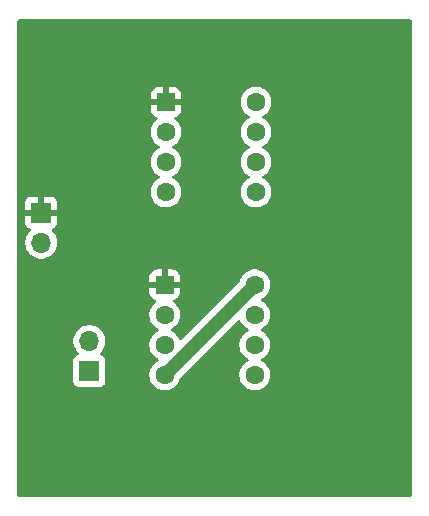
<source format=gbr>
%TF.GenerationSoftware,KiCad,Pcbnew,9.0.5*%
%TF.CreationDate,2025-11-22T01:39:54+01:00*%
%TF.ProjectId,AstableMonostable_NE555,41737461-626c-4654-9d6f-6e6f73746162,rev?*%
%TF.SameCoordinates,PX57a4860PY69925e0*%
%TF.FileFunction,Copper,L2,Bot*%
%TF.FilePolarity,Positive*%
%FSLAX46Y46*%
G04 Gerber Fmt 4.6, Leading zero omitted, Abs format (unit mm)*
G04 Created by KiCad (PCBNEW 9.0.5) date 2025-11-22 01:39:54*
%MOMM*%
%LPD*%
G01*
G04 APERTURE LIST*
G04 Aperture macros list*
%AMRoundRect*
0 Rectangle with rounded corners*
0 $1 Rounding radius*
0 $2 $3 $4 $5 $6 $7 $8 $9 X,Y pos of 4 corners*
0 Add a 4 corners polygon primitive as box body*
4,1,4,$2,$3,$4,$5,$6,$7,$8,$9,$2,$3,0*
0 Add four circle primitives for the rounded corners*
1,1,$1+$1,$2,$3*
1,1,$1+$1,$4,$5*
1,1,$1+$1,$6,$7*
1,1,$1+$1,$8,$9*
0 Add four rect primitives between the rounded corners*
20,1,$1+$1,$2,$3,$4,$5,0*
20,1,$1+$1,$4,$5,$6,$7,0*
20,1,$1+$1,$6,$7,$8,$9,0*
20,1,$1+$1,$8,$9,$2,$3,0*%
G04 Aperture macros list end*
%TA.AperFunction,ComponentPad*%
%ADD10R,1.700000X1.700000*%
%TD*%
%TA.AperFunction,ComponentPad*%
%ADD11O,1.700000X1.700000*%
%TD*%
%TA.AperFunction,ComponentPad*%
%ADD12RoundRect,0.250000X-0.550000X-0.550000X0.550000X-0.550000X0.550000X0.550000X-0.550000X0.550000X0*%
%TD*%
%TA.AperFunction,ComponentPad*%
%ADD13C,1.600000*%
%TD*%
%TA.AperFunction,ViaPad*%
%ADD14C,0.600000*%
%TD*%
%TA.AperFunction,Conductor*%
%ADD15C,1.200000*%
%TD*%
G04 APERTURE END LIST*
D10*
%TO.P,J2,1,Pin_1*%
%TO.N,+5V*%
X6600000Y11125000D03*
D11*
%TO.P,J2,2,Pin_2*%
%TO.N,Net-(J2-Pin_2)*%
X6600000Y13665000D03*
%TD*%
D12*
%TO.P,U2,1,GND*%
%TO.N,GND*%
X12980000Y18440000D03*
D13*
%TO.P,U2,2,TR*%
%TO.N,Net-(J2-Pin_2)*%
X12980000Y15900000D03*
%TO.P,U2,3,Q*%
%TO.N,Net-(U2-Q)*%
X12980000Y13360000D03*
%TO.P,U2,4,R*%
%TO.N,+5V*%
X12980000Y10820000D03*
%TO.P,U2,5,CV*%
%TO.N,Net-(U2-CV)*%
X20600000Y10820000D03*
%TO.P,U2,6,THR*%
%TO.N,Net-(U2-DIS)*%
X20600000Y13360000D03*
%TO.P,U2,7,DIS*%
X20600000Y15900000D03*
%TO.P,U2,8,VCC*%
%TO.N,+5V*%
X20600000Y18440000D03*
%TD*%
D12*
%TO.P,U1,1,GND*%
%TO.N,GND*%
X13090000Y33910000D03*
D13*
%TO.P,U1,2,TR*%
%TO.N,Net-(U1-THR)*%
X13090000Y31370000D03*
%TO.P,U1,3,Q*%
%TO.N,Net-(U1-Q)*%
X13090000Y28830000D03*
%TO.P,U1,4,R*%
%TO.N,+5V*%
X13090000Y26290000D03*
%TO.P,U1,5,CV*%
%TO.N,Net-(U1-CV)*%
X20710000Y26290000D03*
%TO.P,U1,6,THR*%
%TO.N,Net-(U1-THR)*%
X20710000Y28830000D03*
%TO.P,U1,7,DIS*%
%TO.N,Net-(U1-DIS)*%
X20710000Y31370000D03*
%TO.P,U1,8,VCC*%
%TO.N,+5V*%
X20710000Y33910000D03*
%TD*%
D10*
%TO.P,J1,1,Pin_1*%
%TO.N,GND*%
X2525000Y24550000D03*
D11*
%TO.P,J1,2,Pin_2*%
%TO.N,+5V*%
X2525000Y22010000D03*
%TD*%
D14*
%TO.N,GND*%
X15500000Y4800000D03*
X27100000Y8400000D03*
X7900000Y28100000D03*
X30000000Y37800000D03*
X32550000Y16550000D03*
X16600000Y21000000D03*
%TD*%
D15*
%TO.N,+5V*%
X12980000Y10820000D02*
X20600000Y18440000D01*
%TD*%
%TA.AperFunction,Conductor*%
%TO.N,GND*%
G36*
X33842539Y40879815D02*
G01*
X33888294Y40827011D01*
X33899500Y40775500D01*
X33899500Y624500D01*
X33879815Y557461D01*
X33827011Y511706D01*
X33775500Y500500D01*
X624500Y500500D01*
X557461Y520185D01*
X511706Y572989D01*
X500500Y624500D01*
X500500Y13771287D01*
X5249500Y13771287D01*
X5249500Y13558713D01*
X5282754Y13348757D01*
X5312357Y13257648D01*
X5348444Y13146586D01*
X5444951Y12957180D01*
X5569890Y12785214D01*
X5683430Y12671674D01*
X5716915Y12610351D01*
X5711931Y12540659D01*
X5670059Y12484726D01*
X5639083Y12467811D01*
X5507669Y12418797D01*
X5507664Y12418794D01*
X5392455Y12332548D01*
X5392452Y12332545D01*
X5306206Y12217336D01*
X5306202Y12217329D01*
X5255908Y12082483D01*
X5249996Y12027489D01*
X5249501Y12022877D01*
X5249500Y12022865D01*
X5249500Y10227130D01*
X5249501Y10227124D01*
X5255908Y10167517D01*
X5306202Y10032672D01*
X5306206Y10032665D01*
X5392452Y9917456D01*
X5392455Y9917453D01*
X5507664Y9831207D01*
X5507671Y9831203D01*
X5642517Y9780909D01*
X5642516Y9780909D01*
X5649444Y9780165D01*
X5702127Y9774500D01*
X7497872Y9774501D01*
X7557483Y9780909D01*
X7692331Y9831204D01*
X7807546Y9917454D01*
X7893796Y10032669D01*
X7944091Y10167517D01*
X7950500Y10227127D01*
X7950499Y12022872D01*
X7944091Y12082483D01*
X7943268Y12084689D01*
X7893797Y12217329D01*
X7893793Y12217336D01*
X7807547Y12332545D01*
X7807544Y12332548D01*
X7692335Y12418794D01*
X7692328Y12418798D01*
X7560917Y12467811D01*
X7504983Y12509682D01*
X7480566Y12575147D01*
X7495418Y12643420D01*
X7516563Y12671668D01*
X7630104Y12785208D01*
X7755051Y12957184D01*
X7851557Y13146588D01*
X7917246Y13348757D01*
X7950500Y13558713D01*
X7950500Y13771287D01*
X7917246Y13981243D01*
X7851557Y14183412D01*
X7755051Y14372816D01*
X7755049Y14372819D01*
X7755048Y14372821D01*
X7630109Y14544787D01*
X7479786Y14695110D01*
X7307820Y14820049D01*
X7118414Y14916556D01*
X7118413Y14916557D01*
X7118412Y14916557D01*
X6916243Y14982246D01*
X6916241Y14982247D01*
X6916240Y14982247D01*
X6754957Y15007792D01*
X6706287Y15015500D01*
X6493713Y15015500D01*
X6445042Y15007792D01*
X6283760Y14982247D01*
X6081585Y14916556D01*
X5892179Y14820049D01*
X5720213Y14695110D01*
X5569890Y14544787D01*
X5444951Y14372821D01*
X5348444Y14183415D01*
X5282753Y13981240D01*
X5249500Y13771287D01*
X500500Y13771287D01*
X500500Y16002352D01*
X11679500Y16002352D01*
X11679500Y15797649D01*
X11711522Y15595466D01*
X11774781Y15400777D01*
X11867715Y15218387D01*
X11988028Y15052787D01*
X12132786Y14908029D01*
X12253880Y14820051D01*
X12298390Y14787713D01*
X12389840Y14741117D01*
X12391080Y14740485D01*
X12441876Y14692510D01*
X12458671Y14624689D01*
X12436134Y14558554D01*
X12391080Y14519515D01*
X12298386Y14472285D01*
X12132786Y14351972D01*
X11988028Y14207214D01*
X11867715Y14041614D01*
X11774781Y13859224D01*
X11711522Y13664535D01*
X11679500Y13462352D01*
X11679500Y13257649D01*
X11711522Y13055466D01*
X11774781Y12860777D01*
X11867715Y12678387D01*
X11988028Y12512787D01*
X12132786Y12368029D01*
X12287749Y12255444D01*
X12298390Y12247713D01*
X12389840Y12201117D01*
X12391080Y12200485D01*
X12441876Y12152510D01*
X12458671Y12084689D01*
X12436134Y12018554D01*
X12391080Y11979515D01*
X12298386Y11932285D01*
X12132786Y11811972D01*
X11988028Y11667214D01*
X11867715Y11501614D01*
X11774781Y11319224D01*
X11711522Y11124535D01*
X11679500Y10922352D01*
X11679500Y10717649D01*
X11711522Y10515466D01*
X11774781Y10320777D01*
X11867715Y10138387D01*
X11988028Y9972787D01*
X12132786Y9828029D01*
X12287749Y9715444D01*
X12298390Y9707713D01*
X12414607Y9648497D01*
X12480776Y9614782D01*
X12480778Y9614782D01*
X12480781Y9614780D01*
X12585137Y9580873D01*
X12675465Y9551523D01*
X12776557Y9535512D01*
X12877648Y9519500D01*
X12877649Y9519500D01*
X13082351Y9519500D01*
X13082352Y9519500D01*
X13284534Y9551523D01*
X13479219Y9614780D01*
X13661610Y9707713D01*
X13754590Y9775268D01*
X13827213Y9828029D01*
X13827215Y9828032D01*
X13827219Y9828034D01*
X13971966Y9972781D01*
X13971968Y9972785D01*
X13971971Y9972787D01*
X14024732Y10045410D01*
X14092287Y10138390D01*
X14185220Y10320781D01*
X14247301Y10511850D01*
X14277549Y10561209D01*
X19183607Y15467267D01*
X19244928Y15500750D01*
X19314620Y15495766D01*
X19370553Y15453894D01*
X19389216Y15417904D01*
X19394779Y15400781D01*
X19487715Y15218387D01*
X19608028Y15052787D01*
X19752786Y14908029D01*
X19873880Y14820051D01*
X19918390Y14787713D01*
X20009840Y14741117D01*
X20011080Y14740485D01*
X20061876Y14692510D01*
X20078671Y14624689D01*
X20056134Y14558554D01*
X20011080Y14519515D01*
X19918386Y14472285D01*
X19752786Y14351972D01*
X19608028Y14207214D01*
X19487715Y14041614D01*
X19394781Y13859224D01*
X19331522Y13664535D01*
X19299500Y13462352D01*
X19299500Y13257649D01*
X19331522Y13055466D01*
X19394781Y12860777D01*
X19487715Y12678387D01*
X19608028Y12512787D01*
X19752786Y12368029D01*
X19907749Y12255444D01*
X19918390Y12247713D01*
X20009840Y12201117D01*
X20011080Y12200485D01*
X20061876Y12152510D01*
X20078671Y12084689D01*
X20056134Y12018554D01*
X20011080Y11979515D01*
X19918386Y11932285D01*
X19752786Y11811972D01*
X19608028Y11667214D01*
X19487715Y11501614D01*
X19394781Y11319224D01*
X19331522Y11124535D01*
X19299500Y10922352D01*
X19299500Y10717649D01*
X19331522Y10515466D01*
X19394781Y10320777D01*
X19487715Y10138387D01*
X19608028Y9972787D01*
X19752786Y9828029D01*
X19907749Y9715444D01*
X19918390Y9707713D01*
X20034607Y9648497D01*
X20100776Y9614782D01*
X20100778Y9614782D01*
X20100781Y9614780D01*
X20205137Y9580873D01*
X20295465Y9551523D01*
X20396557Y9535512D01*
X20497648Y9519500D01*
X20497649Y9519500D01*
X20702351Y9519500D01*
X20702352Y9519500D01*
X20904534Y9551523D01*
X21099219Y9614780D01*
X21281610Y9707713D01*
X21374590Y9775268D01*
X21447213Y9828029D01*
X21447215Y9828032D01*
X21447219Y9828034D01*
X21591966Y9972781D01*
X21591968Y9972785D01*
X21591971Y9972787D01*
X21644732Y10045410D01*
X21712287Y10138390D01*
X21805220Y10320781D01*
X21868477Y10515466D01*
X21900500Y10717648D01*
X21900500Y10922352D01*
X21868477Y11124534D01*
X21805220Y11319219D01*
X21805218Y11319222D01*
X21805218Y11319224D01*
X21771503Y11385393D01*
X21712287Y11501610D01*
X21704556Y11512251D01*
X21591971Y11667214D01*
X21447213Y11811972D01*
X21281614Y11932285D01*
X21275006Y11935652D01*
X21188917Y11979517D01*
X21138123Y12027489D01*
X21121328Y12095310D01*
X21143865Y12161445D01*
X21188917Y12200484D01*
X21281610Y12247713D01*
X21302770Y12263087D01*
X21447213Y12368029D01*
X21447215Y12368032D01*
X21447219Y12368034D01*
X21591966Y12512781D01*
X21591968Y12512785D01*
X21591971Y12512787D01*
X21686880Y12643420D01*
X21712287Y12678390D01*
X21805220Y12860781D01*
X21868477Y13055466D01*
X21900500Y13257648D01*
X21900500Y13462352D01*
X21868477Y13664534D01*
X21805220Y13859219D01*
X21805218Y13859222D01*
X21805218Y13859224D01*
X21743047Y13981240D01*
X21712287Y14041610D01*
X21704556Y14052251D01*
X21591971Y14207214D01*
X21447213Y14351972D01*
X21281614Y14472285D01*
X21275006Y14475652D01*
X21188917Y14519517D01*
X21138123Y14567489D01*
X21121328Y14635310D01*
X21143865Y14701445D01*
X21188917Y14740484D01*
X21281610Y14787713D01*
X21326120Y14820051D01*
X21447213Y14908029D01*
X21447215Y14908032D01*
X21447219Y14908034D01*
X21591966Y15052781D01*
X21591968Y15052785D01*
X21591971Y15052787D01*
X21644732Y15125410D01*
X21712287Y15218390D01*
X21805220Y15400781D01*
X21868477Y15595466D01*
X21900500Y15797648D01*
X21900500Y16002352D01*
X21868477Y16204534D01*
X21805220Y16399219D01*
X21805218Y16399222D01*
X21805218Y16399224D01*
X21771503Y16465393D01*
X21712287Y16581610D01*
X21704556Y16592251D01*
X21591971Y16747214D01*
X21447213Y16891972D01*
X21281614Y17012285D01*
X21274884Y17015714D01*
X21188917Y17059517D01*
X21138123Y17107489D01*
X21121328Y17175310D01*
X21143865Y17241445D01*
X21188917Y17280484D01*
X21281610Y17327713D01*
X21302770Y17343087D01*
X21447213Y17448029D01*
X21447215Y17448032D01*
X21447219Y17448034D01*
X21591966Y17592781D01*
X21591968Y17592785D01*
X21591971Y17592787D01*
X21644732Y17665410D01*
X21712287Y17758390D01*
X21805220Y17940781D01*
X21868477Y18135466D01*
X21900500Y18337648D01*
X21900500Y18542352D01*
X21892257Y18594394D01*
X21868477Y18744535D01*
X21805218Y18939224D01*
X21771503Y19005393D01*
X21712287Y19121610D01*
X21696966Y19142698D01*
X21591971Y19287214D01*
X21447213Y19431972D01*
X21281613Y19552285D01*
X21281612Y19552286D01*
X21281610Y19552287D01*
X21222675Y19582316D01*
X21099223Y19645219D01*
X20904534Y19708478D01*
X20729995Y19736122D01*
X20702352Y19740500D01*
X20497648Y19740500D01*
X20473329Y19736649D01*
X20295465Y19708478D01*
X20100776Y19645219D01*
X19918386Y19552285D01*
X19752786Y19431972D01*
X19608028Y19287214D01*
X19487715Y19121614D01*
X19394781Y18939224D01*
X19332699Y18748155D01*
X19302449Y18698793D01*
X14396394Y13792738D01*
X14335071Y13759253D01*
X14265379Y13764237D01*
X14209446Y13806109D01*
X14190783Y13842099D01*
X14185220Y13859220D01*
X14123047Y13981240D01*
X14092287Y14041610D01*
X14084556Y14052251D01*
X13971971Y14207214D01*
X13827213Y14351972D01*
X13661614Y14472285D01*
X13655006Y14475652D01*
X13568917Y14519517D01*
X13518123Y14567489D01*
X13501328Y14635310D01*
X13523865Y14701445D01*
X13568917Y14740484D01*
X13661610Y14787713D01*
X13706120Y14820051D01*
X13827213Y14908029D01*
X13827215Y14908032D01*
X13827219Y14908034D01*
X13971966Y15052781D01*
X13971968Y15052785D01*
X13971971Y15052787D01*
X14024732Y15125410D01*
X14092287Y15218390D01*
X14185220Y15400781D01*
X14248477Y15595466D01*
X14280500Y15797648D01*
X14280500Y16002352D01*
X14248477Y16204534D01*
X14185220Y16399219D01*
X14185218Y16399222D01*
X14185218Y16399224D01*
X14151503Y16465393D01*
X14092287Y16581610D01*
X14084556Y16592251D01*
X13971971Y16747214D01*
X13827217Y16891968D01*
X13827212Y16891972D01*
X13733051Y16960384D01*
X13690385Y17015714D01*
X13684406Y17085327D01*
X13717012Y17147122D01*
X13766933Y17178408D01*
X13849117Y17205641D01*
X13849124Y17205644D01*
X13998345Y17297685D01*
X14122315Y17421655D01*
X14214356Y17570876D01*
X14214358Y17570881D01*
X14269505Y17737303D01*
X14269506Y17737310D01*
X14279999Y17840014D01*
X14280000Y17840027D01*
X14280000Y18190000D01*
X13295686Y18190000D01*
X13300080Y18194394D01*
X13352741Y18285606D01*
X13380000Y18387339D01*
X13380000Y18492661D01*
X13352741Y18594394D01*
X13300080Y18685606D01*
X13295686Y18690000D01*
X14279999Y18690000D01*
X14279999Y19039972D01*
X14279998Y19039987D01*
X14269505Y19142698D01*
X14214358Y19309120D01*
X14214356Y19309125D01*
X14122315Y19458346D01*
X13998345Y19582316D01*
X13849124Y19674357D01*
X13849119Y19674359D01*
X13682697Y19729506D01*
X13682690Y19729507D01*
X13579986Y19740000D01*
X13230000Y19740000D01*
X13230000Y18755686D01*
X13225606Y18760080D01*
X13134394Y18812741D01*
X13032661Y18840000D01*
X12927339Y18840000D01*
X12825606Y18812741D01*
X12734394Y18760080D01*
X12730000Y18755686D01*
X12730000Y19740000D01*
X12380028Y19740000D01*
X12380012Y19739999D01*
X12277302Y19729506D01*
X12110880Y19674359D01*
X12110875Y19674357D01*
X11961654Y19582316D01*
X11837684Y19458346D01*
X11745643Y19309125D01*
X11745641Y19309120D01*
X11690494Y19142698D01*
X11690493Y19142691D01*
X11680000Y19039987D01*
X11680000Y18690000D01*
X12664314Y18690000D01*
X12659920Y18685606D01*
X12607259Y18594394D01*
X12580000Y18492661D01*
X12580000Y18387339D01*
X12607259Y18285606D01*
X12659920Y18194394D01*
X12664314Y18190000D01*
X11680001Y18190000D01*
X11680001Y17840014D01*
X11690494Y17737303D01*
X11745641Y17570881D01*
X11745643Y17570876D01*
X11837684Y17421655D01*
X11961654Y17297685D01*
X12110875Y17205644D01*
X12110882Y17205641D01*
X12193067Y17178408D01*
X12250512Y17138636D01*
X12277336Y17074120D01*
X12265021Y17005344D01*
X12226949Y16960384D01*
X12132787Y16891972D01*
X12132782Y16891968D01*
X11988028Y16747214D01*
X11867715Y16581614D01*
X11774781Y16399224D01*
X11711522Y16204535D01*
X11679500Y16002352D01*
X500500Y16002352D01*
X500500Y22116287D01*
X1174500Y22116287D01*
X1174500Y21903714D01*
X1207753Y21693761D01*
X1273444Y21491586D01*
X1369951Y21302180D01*
X1494890Y21130214D01*
X1645213Y20979891D01*
X1817179Y20854952D01*
X1817181Y20854951D01*
X1817184Y20854949D01*
X2006588Y20758443D01*
X2208757Y20692754D01*
X2418713Y20659500D01*
X2418714Y20659500D01*
X2631286Y20659500D01*
X2631287Y20659500D01*
X2841243Y20692754D01*
X3043412Y20758443D01*
X3232816Y20854949D01*
X3254789Y20870914D01*
X3404786Y20979891D01*
X3404788Y20979894D01*
X3404792Y20979896D01*
X3555104Y21130208D01*
X3555106Y21130212D01*
X3555109Y21130214D01*
X3680048Y21302180D01*
X3680047Y21302180D01*
X3680051Y21302184D01*
X3776557Y21491588D01*
X3842246Y21693757D01*
X3875500Y21903713D01*
X3875500Y22116287D01*
X3842246Y22326243D01*
X3776557Y22528412D01*
X3680051Y22717816D01*
X3680049Y22717819D01*
X3680048Y22717821D01*
X3555109Y22889787D01*
X3441181Y23003715D01*
X3407696Y23065038D01*
X3412680Y23134730D01*
X3454552Y23190663D01*
X3485529Y23207578D01*
X3617086Y23256646D01*
X3617093Y23256650D01*
X3732187Y23342810D01*
X3732190Y23342813D01*
X3818350Y23457907D01*
X3818354Y23457914D01*
X3868596Y23592621D01*
X3868598Y23592628D01*
X3874999Y23652156D01*
X3875000Y23652173D01*
X3875000Y24300000D01*
X2958012Y24300000D01*
X2990925Y24357007D01*
X3025000Y24484174D01*
X3025000Y24615826D01*
X2990925Y24742993D01*
X2958012Y24800000D01*
X3875000Y24800000D01*
X3875000Y25447828D01*
X3874999Y25447845D01*
X3868598Y25507373D01*
X3868596Y25507380D01*
X3818354Y25642087D01*
X3818350Y25642094D01*
X3732190Y25757188D01*
X3732187Y25757191D01*
X3617093Y25843351D01*
X3617086Y25843355D01*
X3482379Y25893597D01*
X3482372Y25893599D01*
X3422844Y25900000D01*
X2775000Y25900000D01*
X2775000Y24983012D01*
X2717993Y25015925D01*
X2590826Y25050000D01*
X2459174Y25050000D01*
X2332007Y25015925D01*
X2275000Y24983012D01*
X2275000Y25900000D01*
X1627155Y25900000D01*
X1567627Y25893599D01*
X1567620Y25893597D01*
X1432913Y25843355D01*
X1432906Y25843351D01*
X1317812Y25757191D01*
X1317809Y25757188D01*
X1231649Y25642094D01*
X1231645Y25642087D01*
X1181403Y25507380D01*
X1181401Y25507373D01*
X1175000Y25447845D01*
X1175000Y24800000D01*
X2091988Y24800000D01*
X2059075Y24742993D01*
X2025000Y24615826D01*
X2025000Y24484174D01*
X2059075Y24357007D01*
X2091988Y24300000D01*
X1175000Y24300000D01*
X1175000Y23652156D01*
X1181401Y23592628D01*
X1181403Y23592621D01*
X1231645Y23457914D01*
X1231649Y23457907D01*
X1317809Y23342813D01*
X1317812Y23342810D01*
X1432906Y23256650D01*
X1432913Y23256646D01*
X1564470Y23207578D01*
X1620404Y23165707D01*
X1644821Y23100242D01*
X1629969Y23031969D01*
X1608819Y23003715D01*
X1494889Y22889785D01*
X1369951Y22717821D01*
X1273444Y22528415D01*
X1207753Y22326240D01*
X1174500Y22116287D01*
X500500Y22116287D01*
X500500Y31472352D01*
X11789500Y31472352D01*
X11789500Y31267649D01*
X11821522Y31065466D01*
X11884781Y30870777D01*
X11977715Y30688387D01*
X12098028Y30522787D01*
X12242786Y30378029D01*
X12397749Y30265444D01*
X12408390Y30257713D01*
X12499840Y30211117D01*
X12501080Y30210485D01*
X12551876Y30162510D01*
X12568671Y30094689D01*
X12546134Y30028554D01*
X12501080Y29989515D01*
X12408386Y29942285D01*
X12242786Y29821972D01*
X12098028Y29677214D01*
X11977715Y29511614D01*
X11884781Y29329224D01*
X11821522Y29134535D01*
X11789500Y28932352D01*
X11789500Y28727649D01*
X11821522Y28525466D01*
X11884781Y28330777D01*
X11977715Y28148387D01*
X12098028Y27982787D01*
X12242786Y27838029D01*
X12397749Y27725444D01*
X12408390Y27717713D01*
X12499840Y27671117D01*
X12501080Y27670485D01*
X12551876Y27622510D01*
X12568671Y27554689D01*
X12546134Y27488554D01*
X12501080Y27449515D01*
X12408386Y27402285D01*
X12242786Y27281972D01*
X12098028Y27137214D01*
X11977715Y26971614D01*
X11884781Y26789224D01*
X11821522Y26594535D01*
X11789500Y26392352D01*
X11789500Y26187649D01*
X11821522Y25985466D01*
X11884781Y25790777D01*
X11948691Y25665347D01*
X11960543Y25642087D01*
X11977715Y25608387D01*
X12098028Y25442787D01*
X12242786Y25298029D01*
X12397749Y25185444D01*
X12408390Y25177713D01*
X12524607Y25118497D01*
X12590776Y25084782D01*
X12590778Y25084782D01*
X12590781Y25084780D01*
X12695137Y25050873D01*
X12785465Y25021523D01*
X12886557Y25005512D01*
X12987648Y24989500D01*
X12987649Y24989500D01*
X13192351Y24989500D01*
X13192352Y24989500D01*
X13394534Y25021523D01*
X13589219Y25084780D01*
X13771610Y25177713D01*
X13864590Y25245268D01*
X13937213Y25298029D01*
X13937215Y25298032D01*
X13937219Y25298034D01*
X14081966Y25442781D01*
X14081968Y25442785D01*
X14081971Y25442787D01*
X14134732Y25515410D01*
X14202287Y25608390D01*
X14295220Y25790781D01*
X14358477Y25985466D01*
X14390500Y26187648D01*
X14390500Y26392352D01*
X14358477Y26594534D01*
X14295220Y26789219D01*
X14295218Y26789222D01*
X14295218Y26789224D01*
X14261503Y26855393D01*
X14202287Y26971610D01*
X14194556Y26982251D01*
X14081971Y27137214D01*
X13937213Y27281972D01*
X13771614Y27402285D01*
X13765006Y27405652D01*
X13678917Y27449517D01*
X13628123Y27497489D01*
X13611328Y27565310D01*
X13633865Y27631445D01*
X13678917Y27670484D01*
X13771610Y27717713D01*
X13792770Y27733087D01*
X13937213Y27838029D01*
X13937215Y27838032D01*
X13937219Y27838034D01*
X14081966Y27982781D01*
X14081968Y27982785D01*
X14081971Y27982787D01*
X14134732Y28055410D01*
X14202287Y28148390D01*
X14295220Y28330781D01*
X14358477Y28525466D01*
X14390500Y28727648D01*
X14390500Y28932352D01*
X14358477Y29134534D01*
X14295220Y29329219D01*
X14295218Y29329222D01*
X14295218Y29329224D01*
X14261503Y29395393D01*
X14202287Y29511610D01*
X14194556Y29522251D01*
X14081971Y29677214D01*
X13937213Y29821972D01*
X13771614Y29942285D01*
X13765006Y29945652D01*
X13678917Y29989517D01*
X13628123Y30037489D01*
X13611328Y30105310D01*
X13633865Y30171445D01*
X13678917Y30210484D01*
X13771610Y30257713D01*
X13792770Y30273087D01*
X13937213Y30378029D01*
X13937215Y30378032D01*
X13937219Y30378034D01*
X14081966Y30522781D01*
X14081968Y30522785D01*
X14081971Y30522787D01*
X14134732Y30595410D01*
X14202287Y30688390D01*
X14295220Y30870781D01*
X14358477Y31065466D01*
X14390500Y31267648D01*
X14390500Y31472352D01*
X14358477Y31674534D01*
X14295220Y31869219D01*
X14295218Y31869222D01*
X14295218Y31869224D01*
X14261503Y31935393D01*
X14202287Y32051610D01*
X14194556Y32062251D01*
X14081971Y32217214D01*
X13937217Y32361968D01*
X13937212Y32361972D01*
X13843051Y32430384D01*
X13800385Y32485714D01*
X13794406Y32555327D01*
X13827012Y32617122D01*
X13876933Y32648408D01*
X13959117Y32675641D01*
X13959124Y32675644D01*
X14108345Y32767685D01*
X14232315Y32891655D01*
X14324356Y33040876D01*
X14324358Y33040881D01*
X14379505Y33207303D01*
X14379506Y33207310D01*
X14389999Y33310014D01*
X14390000Y33310027D01*
X14390000Y33660000D01*
X13405686Y33660000D01*
X13410080Y33664394D01*
X13462741Y33755606D01*
X13490000Y33857339D01*
X13490000Y33962661D01*
X13476685Y34012352D01*
X19409500Y34012352D01*
X19409500Y33807649D01*
X19441522Y33605466D01*
X19504781Y33410777D01*
X19597715Y33228387D01*
X19718028Y33062787D01*
X19862786Y32918029D01*
X20017749Y32805444D01*
X20028390Y32797713D01*
X20119840Y32751117D01*
X20121080Y32750485D01*
X20171876Y32702510D01*
X20188671Y32634689D01*
X20166134Y32568554D01*
X20121080Y32529515D01*
X20028386Y32482285D01*
X19862786Y32361972D01*
X19718028Y32217214D01*
X19597715Y32051614D01*
X19504781Y31869224D01*
X19441522Y31674535D01*
X19409500Y31472352D01*
X19409500Y31267649D01*
X19441522Y31065466D01*
X19504781Y30870777D01*
X19597715Y30688387D01*
X19718028Y30522787D01*
X19862786Y30378029D01*
X20017749Y30265444D01*
X20028390Y30257713D01*
X20119840Y30211117D01*
X20121080Y30210485D01*
X20171876Y30162510D01*
X20188671Y30094689D01*
X20166134Y30028554D01*
X20121080Y29989515D01*
X20028386Y29942285D01*
X19862786Y29821972D01*
X19718028Y29677214D01*
X19597715Y29511614D01*
X19504781Y29329224D01*
X19441522Y29134535D01*
X19409500Y28932352D01*
X19409500Y28727649D01*
X19441522Y28525466D01*
X19504781Y28330777D01*
X19597715Y28148387D01*
X19718028Y27982787D01*
X19862786Y27838029D01*
X20017749Y27725444D01*
X20028390Y27717713D01*
X20119840Y27671117D01*
X20121080Y27670485D01*
X20171876Y27622510D01*
X20188671Y27554689D01*
X20166134Y27488554D01*
X20121080Y27449515D01*
X20028386Y27402285D01*
X19862786Y27281972D01*
X19718028Y27137214D01*
X19597715Y26971614D01*
X19504781Y26789224D01*
X19441522Y26594535D01*
X19409500Y26392352D01*
X19409500Y26187649D01*
X19441522Y25985466D01*
X19504781Y25790777D01*
X19568691Y25665347D01*
X19580543Y25642087D01*
X19597715Y25608387D01*
X19718028Y25442787D01*
X19862786Y25298029D01*
X20017749Y25185444D01*
X20028390Y25177713D01*
X20144607Y25118497D01*
X20210776Y25084782D01*
X20210778Y25084782D01*
X20210781Y25084780D01*
X20315137Y25050873D01*
X20405465Y25021523D01*
X20506557Y25005512D01*
X20607648Y24989500D01*
X20607649Y24989500D01*
X20812351Y24989500D01*
X20812352Y24989500D01*
X21014534Y25021523D01*
X21209219Y25084780D01*
X21391610Y25177713D01*
X21484590Y25245268D01*
X21557213Y25298029D01*
X21557215Y25298032D01*
X21557219Y25298034D01*
X21701966Y25442781D01*
X21701968Y25442785D01*
X21701971Y25442787D01*
X21754732Y25515410D01*
X21822287Y25608390D01*
X21915220Y25790781D01*
X21978477Y25985466D01*
X22010500Y26187648D01*
X22010500Y26392352D01*
X21978477Y26594534D01*
X21915220Y26789219D01*
X21915218Y26789222D01*
X21915218Y26789224D01*
X21881503Y26855393D01*
X21822287Y26971610D01*
X21814556Y26982251D01*
X21701971Y27137214D01*
X21557213Y27281972D01*
X21391614Y27402285D01*
X21385006Y27405652D01*
X21298917Y27449517D01*
X21248123Y27497489D01*
X21231328Y27565310D01*
X21253865Y27631445D01*
X21298917Y27670484D01*
X21391610Y27717713D01*
X21412770Y27733087D01*
X21557213Y27838029D01*
X21557215Y27838032D01*
X21557219Y27838034D01*
X21701966Y27982781D01*
X21701968Y27982785D01*
X21701971Y27982787D01*
X21754732Y28055410D01*
X21822287Y28148390D01*
X21915220Y28330781D01*
X21978477Y28525466D01*
X22010500Y28727648D01*
X22010500Y28932352D01*
X21978477Y29134534D01*
X21915220Y29329219D01*
X21915218Y29329222D01*
X21915218Y29329224D01*
X21881503Y29395393D01*
X21822287Y29511610D01*
X21814556Y29522251D01*
X21701971Y29677214D01*
X21557213Y29821972D01*
X21391614Y29942285D01*
X21385006Y29945652D01*
X21298917Y29989517D01*
X21248123Y30037489D01*
X21231328Y30105310D01*
X21253865Y30171445D01*
X21298917Y30210484D01*
X21391610Y30257713D01*
X21412770Y30273087D01*
X21557213Y30378029D01*
X21557215Y30378032D01*
X21557219Y30378034D01*
X21701966Y30522781D01*
X21701968Y30522785D01*
X21701971Y30522787D01*
X21754732Y30595410D01*
X21822287Y30688390D01*
X21915220Y30870781D01*
X21978477Y31065466D01*
X22010500Y31267648D01*
X22010500Y31472352D01*
X21978477Y31674534D01*
X21915220Y31869219D01*
X21915218Y31869222D01*
X21915218Y31869224D01*
X21881503Y31935393D01*
X21822287Y32051610D01*
X21814556Y32062251D01*
X21701971Y32217214D01*
X21557213Y32361972D01*
X21391614Y32482285D01*
X21384884Y32485714D01*
X21298917Y32529517D01*
X21248123Y32577489D01*
X21231328Y32645310D01*
X21253865Y32711445D01*
X21298917Y32750484D01*
X21391610Y32797713D01*
X21412770Y32813087D01*
X21557213Y32918029D01*
X21557215Y32918032D01*
X21557219Y32918034D01*
X21701966Y33062781D01*
X21701968Y33062785D01*
X21701971Y33062787D01*
X21754732Y33135410D01*
X21822287Y33228390D01*
X21915220Y33410781D01*
X21978477Y33605466D01*
X22010500Y33807648D01*
X22010500Y34012352D01*
X22002257Y34064394D01*
X21978477Y34214535D01*
X21915218Y34409224D01*
X21881503Y34475393D01*
X21822287Y34591610D01*
X21806966Y34612698D01*
X21701971Y34757214D01*
X21557213Y34901972D01*
X21391613Y35022285D01*
X21391612Y35022286D01*
X21391610Y35022287D01*
X21332675Y35052316D01*
X21209223Y35115219D01*
X21014534Y35178478D01*
X20839995Y35206122D01*
X20812352Y35210500D01*
X20607648Y35210500D01*
X20583329Y35206649D01*
X20405465Y35178478D01*
X20210776Y35115219D01*
X20028386Y35022285D01*
X19862786Y34901972D01*
X19718028Y34757214D01*
X19597715Y34591614D01*
X19504781Y34409224D01*
X19441522Y34214535D01*
X19409500Y34012352D01*
X13476685Y34012352D01*
X13462741Y34064394D01*
X13410080Y34155606D01*
X13405686Y34160000D01*
X14389999Y34160000D01*
X14389999Y34509972D01*
X14389998Y34509987D01*
X14379505Y34612698D01*
X14324358Y34779120D01*
X14324356Y34779125D01*
X14232315Y34928346D01*
X14108345Y35052316D01*
X13959124Y35144357D01*
X13959119Y35144359D01*
X13792697Y35199506D01*
X13792690Y35199507D01*
X13689986Y35210000D01*
X13340000Y35210000D01*
X13340000Y34225686D01*
X13335606Y34230080D01*
X13244394Y34282741D01*
X13142661Y34310000D01*
X13037339Y34310000D01*
X12935606Y34282741D01*
X12844394Y34230080D01*
X12840000Y34225686D01*
X12840000Y35210000D01*
X12490028Y35210000D01*
X12490012Y35209999D01*
X12387302Y35199506D01*
X12220880Y35144359D01*
X12220875Y35144357D01*
X12071654Y35052316D01*
X11947684Y34928346D01*
X11855643Y34779125D01*
X11855641Y34779120D01*
X11800494Y34612698D01*
X11800493Y34612691D01*
X11790000Y34509987D01*
X11790000Y34160000D01*
X12774314Y34160000D01*
X12769920Y34155606D01*
X12717259Y34064394D01*
X12690000Y33962661D01*
X12690000Y33857339D01*
X12717259Y33755606D01*
X12769920Y33664394D01*
X12774314Y33660000D01*
X11790001Y33660000D01*
X11790001Y33310014D01*
X11800494Y33207303D01*
X11855641Y33040881D01*
X11855643Y33040876D01*
X11947684Y32891655D01*
X12071654Y32767685D01*
X12220875Y32675644D01*
X12220882Y32675641D01*
X12303067Y32648408D01*
X12360512Y32608636D01*
X12387336Y32544120D01*
X12375021Y32475344D01*
X12336949Y32430384D01*
X12242787Y32361972D01*
X12242782Y32361968D01*
X12098028Y32217214D01*
X11977715Y32051614D01*
X11884781Y31869224D01*
X11821522Y31674535D01*
X11789500Y31472352D01*
X500500Y31472352D01*
X500500Y40775500D01*
X520185Y40842539D01*
X572989Y40888294D01*
X624500Y40899500D01*
X33775500Y40899500D01*
X33842539Y40879815D01*
G37*
%TD.AperFunction*%
%TD*%
M02*

</source>
